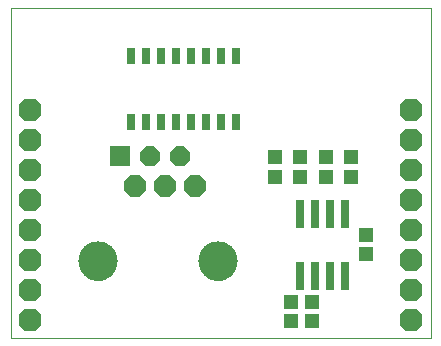
<source format=gts>
G75*
%MOIN*%
%OFA0B0*%
%FSLAX25Y25*%
%IPPOS*%
%LPD*%
%AMOC8*
5,1,8,0,0,1.08239X$1,22.5*
%
%ADD10C,0.00000*%
%ADD11OC8,0.07600*%
%ADD12R,0.02962X0.05324*%
%ADD13R,0.04931X0.04537*%
%ADD14R,0.04537X0.04931*%
%ADD15R,0.03000X0.09300*%
%ADD16R,0.04537X0.04537*%
%ADD17C,0.13100*%
%ADD18R,0.06600X0.06600*%
%ADD19OC8,0.07200*%
%ADD20OC8,0.06600*%
D10*
X0001500Y0005000D02*
X0001500Y0115000D01*
X0141500Y0115000D01*
X0141500Y0005000D01*
X0001500Y0005000D01*
X0024250Y0030500D02*
X0024252Y0030658D01*
X0024258Y0030815D01*
X0024268Y0030973D01*
X0024282Y0031130D01*
X0024300Y0031286D01*
X0024321Y0031443D01*
X0024347Y0031598D01*
X0024377Y0031753D01*
X0024410Y0031907D01*
X0024448Y0032060D01*
X0024489Y0032213D01*
X0024534Y0032364D01*
X0024583Y0032514D01*
X0024636Y0032662D01*
X0024692Y0032810D01*
X0024753Y0032955D01*
X0024816Y0033100D01*
X0024884Y0033242D01*
X0024955Y0033383D01*
X0025029Y0033522D01*
X0025107Y0033659D01*
X0025189Y0033794D01*
X0025273Y0033927D01*
X0025362Y0034058D01*
X0025453Y0034186D01*
X0025548Y0034313D01*
X0025645Y0034436D01*
X0025746Y0034558D01*
X0025850Y0034676D01*
X0025957Y0034792D01*
X0026067Y0034905D01*
X0026179Y0035016D01*
X0026295Y0035123D01*
X0026413Y0035228D01*
X0026533Y0035330D01*
X0026656Y0035428D01*
X0026782Y0035524D01*
X0026910Y0035616D01*
X0027040Y0035705D01*
X0027172Y0035791D01*
X0027307Y0035873D01*
X0027444Y0035952D01*
X0027582Y0036027D01*
X0027722Y0036099D01*
X0027865Y0036167D01*
X0028008Y0036232D01*
X0028154Y0036293D01*
X0028301Y0036350D01*
X0028449Y0036404D01*
X0028599Y0036454D01*
X0028749Y0036500D01*
X0028901Y0036542D01*
X0029054Y0036581D01*
X0029208Y0036615D01*
X0029363Y0036646D01*
X0029518Y0036672D01*
X0029674Y0036695D01*
X0029831Y0036714D01*
X0029988Y0036729D01*
X0030145Y0036740D01*
X0030303Y0036747D01*
X0030461Y0036750D01*
X0030618Y0036749D01*
X0030776Y0036744D01*
X0030933Y0036735D01*
X0031091Y0036722D01*
X0031247Y0036705D01*
X0031404Y0036684D01*
X0031559Y0036660D01*
X0031714Y0036631D01*
X0031869Y0036598D01*
X0032022Y0036562D01*
X0032175Y0036521D01*
X0032326Y0036477D01*
X0032476Y0036429D01*
X0032625Y0036378D01*
X0032773Y0036322D01*
X0032919Y0036263D01*
X0033064Y0036200D01*
X0033207Y0036133D01*
X0033348Y0036063D01*
X0033487Y0035990D01*
X0033625Y0035913D01*
X0033761Y0035832D01*
X0033894Y0035748D01*
X0034025Y0035661D01*
X0034154Y0035570D01*
X0034281Y0035476D01*
X0034406Y0035379D01*
X0034527Y0035279D01*
X0034647Y0035176D01*
X0034763Y0035070D01*
X0034877Y0034961D01*
X0034989Y0034849D01*
X0035097Y0034735D01*
X0035202Y0034617D01*
X0035305Y0034497D01*
X0035404Y0034375D01*
X0035500Y0034250D01*
X0035593Y0034122D01*
X0035683Y0033993D01*
X0035769Y0033861D01*
X0035853Y0033727D01*
X0035932Y0033591D01*
X0036009Y0033453D01*
X0036081Y0033313D01*
X0036150Y0033171D01*
X0036216Y0033028D01*
X0036278Y0032883D01*
X0036336Y0032736D01*
X0036391Y0032588D01*
X0036442Y0032439D01*
X0036489Y0032288D01*
X0036532Y0032137D01*
X0036571Y0031984D01*
X0036607Y0031830D01*
X0036638Y0031676D01*
X0036666Y0031521D01*
X0036690Y0031365D01*
X0036710Y0031208D01*
X0036726Y0031051D01*
X0036738Y0030894D01*
X0036746Y0030737D01*
X0036750Y0030579D01*
X0036750Y0030421D01*
X0036746Y0030263D01*
X0036738Y0030106D01*
X0036726Y0029949D01*
X0036710Y0029792D01*
X0036690Y0029635D01*
X0036666Y0029479D01*
X0036638Y0029324D01*
X0036607Y0029170D01*
X0036571Y0029016D01*
X0036532Y0028863D01*
X0036489Y0028712D01*
X0036442Y0028561D01*
X0036391Y0028412D01*
X0036336Y0028264D01*
X0036278Y0028117D01*
X0036216Y0027972D01*
X0036150Y0027829D01*
X0036081Y0027687D01*
X0036009Y0027547D01*
X0035932Y0027409D01*
X0035853Y0027273D01*
X0035769Y0027139D01*
X0035683Y0027007D01*
X0035593Y0026878D01*
X0035500Y0026750D01*
X0035404Y0026625D01*
X0035305Y0026503D01*
X0035202Y0026383D01*
X0035097Y0026265D01*
X0034989Y0026151D01*
X0034877Y0026039D01*
X0034763Y0025930D01*
X0034647Y0025824D01*
X0034527Y0025721D01*
X0034406Y0025621D01*
X0034281Y0025524D01*
X0034154Y0025430D01*
X0034025Y0025339D01*
X0033894Y0025252D01*
X0033761Y0025168D01*
X0033625Y0025087D01*
X0033487Y0025010D01*
X0033348Y0024937D01*
X0033207Y0024867D01*
X0033064Y0024800D01*
X0032919Y0024737D01*
X0032773Y0024678D01*
X0032625Y0024622D01*
X0032476Y0024571D01*
X0032326Y0024523D01*
X0032175Y0024479D01*
X0032022Y0024438D01*
X0031869Y0024402D01*
X0031714Y0024369D01*
X0031559Y0024340D01*
X0031404Y0024316D01*
X0031247Y0024295D01*
X0031091Y0024278D01*
X0030933Y0024265D01*
X0030776Y0024256D01*
X0030618Y0024251D01*
X0030461Y0024250D01*
X0030303Y0024253D01*
X0030145Y0024260D01*
X0029988Y0024271D01*
X0029831Y0024286D01*
X0029674Y0024305D01*
X0029518Y0024328D01*
X0029363Y0024354D01*
X0029208Y0024385D01*
X0029054Y0024419D01*
X0028901Y0024458D01*
X0028749Y0024500D01*
X0028599Y0024546D01*
X0028449Y0024596D01*
X0028301Y0024650D01*
X0028154Y0024707D01*
X0028008Y0024768D01*
X0027865Y0024833D01*
X0027722Y0024901D01*
X0027582Y0024973D01*
X0027444Y0025048D01*
X0027307Y0025127D01*
X0027172Y0025209D01*
X0027040Y0025295D01*
X0026910Y0025384D01*
X0026782Y0025476D01*
X0026656Y0025572D01*
X0026533Y0025670D01*
X0026413Y0025772D01*
X0026295Y0025877D01*
X0026179Y0025984D01*
X0026067Y0026095D01*
X0025957Y0026208D01*
X0025850Y0026324D01*
X0025746Y0026442D01*
X0025645Y0026564D01*
X0025548Y0026687D01*
X0025453Y0026814D01*
X0025362Y0026942D01*
X0025273Y0027073D01*
X0025189Y0027206D01*
X0025107Y0027341D01*
X0025029Y0027478D01*
X0024955Y0027617D01*
X0024884Y0027758D01*
X0024816Y0027900D01*
X0024753Y0028045D01*
X0024692Y0028190D01*
X0024636Y0028338D01*
X0024583Y0028486D01*
X0024534Y0028636D01*
X0024489Y0028787D01*
X0024448Y0028940D01*
X0024410Y0029093D01*
X0024377Y0029247D01*
X0024347Y0029402D01*
X0024321Y0029557D01*
X0024300Y0029714D01*
X0024282Y0029870D01*
X0024268Y0030027D01*
X0024258Y0030185D01*
X0024252Y0030342D01*
X0024250Y0030500D01*
X0064250Y0030500D02*
X0064252Y0030658D01*
X0064258Y0030815D01*
X0064268Y0030973D01*
X0064282Y0031130D01*
X0064300Y0031286D01*
X0064321Y0031443D01*
X0064347Y0031598D01*
X0064377Y0031753D01*
X0064410Y0031907D01*
X0064448Y0032060D01*
X0064489Y0032213D01*
X0064534Y0032364D01*
X0064583Y0032514D01*
X0064636Y0032662D01*
X0064692Y0032810D01*
X0064753Y0032955D01*
X0064816Y0033100D01*
X0064884Y0033242D01*
X0064955Y0033383D01*
X0065029Y0033522D01*
X0065107Y0033659D01*
X0065189Y0033794D01*
X0065273Y0033927D01*
X0065362Y0034058D01*
X0065453Y0034186D01*
X0065548Y0034313D01*
X0065645Y0034436D01*
X0065746Y0034558D01*
X0065850Y0034676D01*
X0065957Y0034792D01*
X0066067Y0034905D01*
X0066179Y0035016D01*
X0066295Y0035123D01*
X0066413Y0035228D01*
X0066533Y0035330D01*
X0066656Y0035428D01*
X0066782Y0035524D01*
X0066910Y0035616D01*
X0067040Y0035705D01*
X0067172Y0035791D01*
X0067307Y0035873D01*
X0067444Y0035952D01*
X0067582Y0036027D01*
X0067722Y0036099D01*
X0067865Y0036167D01*
X0068008Y0036232D01*
X0068154Y0036293D01*
X0068301Y0036350D01*
X0068449Y0036404D01*
X0068599Y0036454D01*
X0068749Y0036500D01*
X0068901Y0036542D01*
X0069054Y0036581D01*
X0069208Y0036615D01*
X0069363Y0036646D01*
X0069518Y0036672D01*
X0069674Y0036695D01*
X0069831Y0036714D01*
X0069988Y0036729D01*
X0070145Y0036740D01*
X0070303Y0036747D01*
X0070461Y0036750D01*
X0070618Y0036749D01*
X0070776Y0036744D01*
X0070933Y0036735D01*
X0071091Y0036722D01*
X0071247Y0036705D01*
X0071404Y0036684D01*
X0071559Y0036660D01*
X0071714Y0036631D01*
X0071869Y0036598D01*
X0072022Y0036562D01*
X0072175Y0036521D01*
X0072326Y0036477D01*
X0072476Y0036429D01*
X0072625Y0036378D01*
X0072773Y0036322D01*
X0072919Y0036263D01*
X0073064Y0036200D01*
X0073207Y0036133D01*
X0073348Y0036063D01*
X0073487Y0035990D01*
X0073625Y0035913D01*
X0073761Y0035832D01*
X0073894Y0035748D01*
X0074025Y0035661D01*
X0074154Y0035570D01*
X0074281Y0035476D01*
X0074406Y0035379D01*
X0074527Y0035279D01*
X0074647Y0035176D01*
X0074763Y0035070D01*
X0074877Y0034961D01*
X0074989Y0034849D01*
X0075097Y0034735D01*
X0075202Y0034617D01*
X0075305Y0034497D01*
X0075404Y0034375D01*
X0075500Y0034250D01*
X0075593Y0034122D01*
X0075683Y0033993D01*
X0075769Y0033861D01*
X0075853Y0033727D01*
X0075932Y0033591D01*
X0076009Y0033453D01*
X0076081Y0033313D01*
X0076150Y0033171D01*
X0076216Y0033028D01*
X0076278Y0032883D01*
X0076336Y0032736D01*
X0076391Y0032588D01*
X0076442Y0032439D01*
X0076489Y0032288D01*
X0076532Y0032137D01*
X0076571Y0031984D01*
X0076607Y0031830D01*
X0076638Y0031676D01*
X0076666Y0031521D01*
X0076690Y0031365D01*
X0076710Y0031208D01*
X0076726Y0031051D01*
X0076738Y0030894D01*
X0076746Y0030737D01*
X0076750Y0030579D01*
X0076750Y0030421D01*
X0076746Y0030263D01*
X0076738Y0030106D01*
X0076726Y0029949D01*
X0076710Y0029792D01*
X0076690Y0029635D01*
X0076666Y0029479D01*
X0076638Y0029324D01*
X0076607Y0029170D01*
X0076571Y0029016D01*
X0076532Y0028863D01*
X0076489Y0028712D01*
X0076442Y0028561D01*
X0076391Y0028412D01*
X0076336Y0028264D01*
X0076278Y0028117D01*
X0076216Y0027972D01*
X0076150Y0027829D01*
X0076081Y0027687D01*
X0076009Y0027547D01*
X0075932Y0027409D01*
X0075853Y0027273D01*
X0075769Y0027139D01*
X0075683Y0027007D01*
X0075593Y0026878D01*
X0075500Y0026750D01*
X0075404Y0026625D01*
X0075305Y0026503D01*
X0075202Y0026383D01*
X0075097Y0026265D01*
X0074989Y0026151D01*
X0074877Y0026039D01*
X0074763Y0025930D01*
X0074647Y0025824D01*
X0074527Y0025721D01*
X0074406Y0025621D01*
X0074281Y0025524D01*
X0074154Y0025430D01*
X0074025Y0025339D01*
X0073894Y0025252D01*
X0073761Y0025168D01*
X0073625Y0025087D01*
X0073487Y0025010D01*
X0073348Y0024937D01*
X0073207Y0024867D01*
X0073064Y0024800D01*
X0072919Y0024737D01*
X0072773Y0024678D01*
X0072625Y0024622D01*
X0072476Y0024571D01*
X0072326Y0024523D01*
X0072175Y0024479D01*
X0072022Y0024438D01*
X0071869Y0024402D01*
X0071714Y0024369D01*
X0071559Y0024340D01*
X0071404Y0024316D01*
X0071247Y0024295D01*
X0071091Y0024278D01*
X0070933Y0024265D01*
X0070776Y0024256D01*
X0070618Y0024251D01*
X0070461Y0024250D01*
X0070303Y0024253D01*
X0070145Y0024260D01*
X0069988Y0024271D01*
X0069831Y0024286D01*
X0069674Y0024305D01*
X0069518Y0024328D01*
X0069363Y0024354D01*
X0069208Y0024385D01*
X0069054Y0024419D01*
X0068901Y0024458D01*
X0068749Y0024500D01*
X0068599Y0024546D01*
X0068449Y0024596D01*
X0068301Y0024650D01*
X0068154Y0024707D01*
X0068008Y0024768D01*
X0067865Y0024833D01*
X0067722Y0024901D01*
X0067582Y0024973D01*
X0067444Y0025048D01*
X0067307Y0025127D01*
X0067172Y0025209D01*
X0067040Y0025295D01*
X0066910Y0025384D01*
X0066782Y0025476D01*
X0066656Y0025572D01*
X0066533Y0025670D01*
X0066413Y0025772D01*
X0066295Y0025877D01*
X0066179Y0025984D01*
X0066067Y0026095D01*
X0065957Y0026208D01*
X0065850Y0026324D01*
X0065746Y0026442D01*
X0065645Y0026564D01*
X0065548Y0026687D01*
X0065453Y0026814D01*
X0065362Y0026942D01*
X0065273Y0027073D01*
X0065189Y0027206D01*
X0065107Y0027341D01*
X0065029Y0027478D01*
X0064955Y0027617D01*
X0064884Y0027758D01*
X0064816Y0027900D01*
X0064753Y0028045D01*
X0064692Y0028190D01*
X0064636Y0028338D01*
X0064583Y0028486D01*
X0064534Y0028636D01*
X0064489Y0028787D01*
X0064448Y0028940D01*
X0064410Y0029093D01*
X0064377Y0029247D01*
X0064347Y0029402D01*
X0064321Y0029557D01*
X0064300Y0029714D01*
X0064282Y0029870D01*
X0064268Y0030027D01*
X0064258Y0030185D01*
X0064252Y0030342D01*
X0064250Y0030500D01*
D11*
X0008000Y0031000D03*
X0008000Y0041000D03*
X0008000Y0051000D03*
X0008000Y0061000D03*
X0008000Y0071000D03*
X0008000Y0081000D03*
X0008000Y0021000D03*
X0008000Y0011000D03*
X0135000Y0011000D03*
X0135000Y0021000D03*
X0135000Y0031000D03*
X0135000Y0041000D03*
X0135000Y0051000D03*
X0135000Y0061000D03*
X0135000Y0071000D03*
X0135000Y0081000D03*
D12*
X0076500Y0076976D03*
X0071500Y0076976D03*
X0066500Y0076976D03*
X0061500Y0076976D03*
X0056500Y0076976D03*
X0051500Y0076976D03*
X0046500Y0076976D03*
X0041500Y0076976D03*
X0041500Y0099024D03*
X0046500Y0099024D03*
X0051500Y0099024D03*
X0056500Y0099024D03*
X0061500Y0099024D03*
X0066500Y0099024D03*
X0071500Y0099024D03*
X0076500Y0099024D03*
D13*
X0095154Y0017000D03*
X0095154Y0010500D03*
X0101846Y0010500D03*
X0101846Y0017000D03*
D14*
X0098000Y0058654D03*
X0098000Y0065346D03*
X0089500Y0065346D03*
X0089500Y0058654D03*
X0106500Y0058654D03*
X0106500Y0065346D03*
X0115000Y0065346D03*
X0115000Y0058654D03*
D15*
X0113000Y0046300D03*
X0108000Y0046300D03*
X0103000Y0046300D03*
X0098000Y0046300D03*
X0098000Y0025700D03*
X0103000Y0025700D03*
X0108000Y0025700D03*
X0113000Y0025700D03*
D16*
X0120000Y0032850D03*
X0120000Y0039150D03*
D17*
X0070500Y0030500D03*
X0030500Y0030500D03*
D18*
X0038000Y0065500D03*
D19*
X0043000Y0055500D03*
X0053000Y0055500D03*
X0063000Y0055500D03*
D20*
X0058000Y0065500D03*
X0048000Y0065500D03*
M02*

</source>
